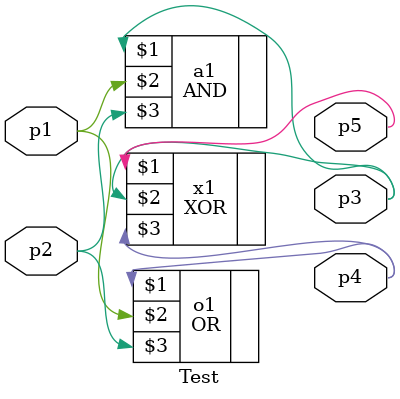
<source format=v>
module Test (p1, p2, p3, p4, p5);

	input p1, p2;
	output p3, p4, p5;

	AND a1 (p3, p1, p2);
	OR o1 (p4, p1, p2);
	XOR x1 (p5, p3, p4);

endmodule
</source>
